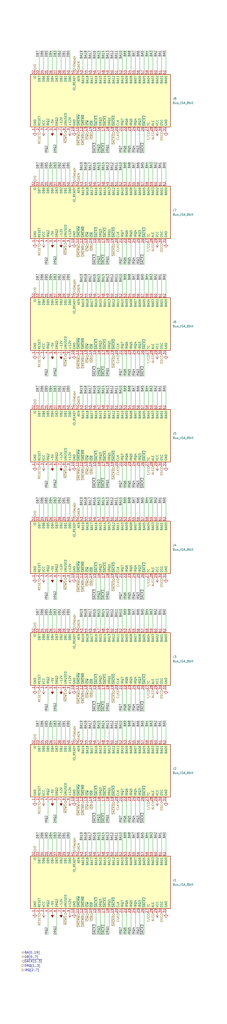
<source format=kicad_sch>
(kicad_sch (version 20211123) (generator eeschema)
  (paper "User" 132.004 594.004)
  (title_block (title "ISA"))
  (lib_symbols
    (symbol "Connector:Bus_ISA_8bit"
      (property "Reference" "J" (at 0 42.545 0))
      (property "Value" "Bus_ISA_8bit" (at 0 -42.545 0))
      (symbol "Bus_ISA_8bit_1_1"
        (pin power_in line (at -17.78 38.1 0) (length 2.54) (name "GND") (number "1"))
        (pin power_in line (at -17.78 15.24 0) (length 2.54) (name "GND") (number "10"))
        (pin output line (at -17.78 12.7 0) (length 2.54) (name "~{SMEMW}") (number "11"))
        (pin output line (at -17.78 10.16 0) (length 2.54) (name "~{SMEMR}") (number "12"))
        (pin output line (at -17.78 7.62 0) (length 2.54) (name "~{IOW}") (number "13"))
        (pin output line (at -17.78 5.08 0) (length 2.54) (name "~{IOR}") (number "14"))
        (pin passive line (at -17.78 2.54 0) (length 2.54) (name "~{DACK3}") (number "15"))
        (pin passive line (at -17.78 0 0) (length 2.54) (name "DRQ3") (number "16"))
        (pin passive line (at -17.78 -2.54 0) (length 2.54) (name "~{DACK1}") (number "17"))
        (pin passive line (at -17.78 -5.08 0) (length 2.54) (name "DRQ1") (number "18"))
        (pin passive line (at -17.78 -7.62 0) (length 2.54) (name "~{DACK0}") (number "19"))
        (pin output line (at -17.78 35.56 0) (length 2.54) (name "RESET") (number "2"))
        (pin output line (at -17.78 -10.16 0) (length 2.54) (name "CLK") (number "20"))
        (pin passive line (at -17.78 -12.7 0) (length 2.54) (name "IRQ7") (number "21"))
        (pin passive line (at -17.78 -15.24 0) (length 2.54) (name "IRQ6") (number "22"))
        (pin passive line (at -17.78 -17.78 0) (length 2.54) (name "IRQ5") (number "23"))
        (pin passive line (at -17.78 -20.32 0) (length 2.54) (name "IRQ4") (number "24"))
        (pin passive line (at -17.78 -22.86 0) (length 2.54) (name "IRQ3") (number "25"))
        (pin passive line (at -17.78 -25.4 0) (length 2.54) (name "~{DACK2}") (number "26"))
        (pin passive line (at -17.78 -27.94 0) (length 2.54) (name "TC") (number "27"))
        (pin output line (at -17.78 -30.48 0) (length 2.54) (name "ALE") (number "28"))
        (pin power_in line (at -17.78 -33.02 0) (length 2.54) (name "VCC") (number "29"))
        (pin power_in line (at -17.78 33.02 0) (length 2.54) (name "VCC") (number "3"))
        (pin output line (at -17.78 -35.56 0) (length 2.54) (name "OSC") (number "30"))
        (pin power_in line (at -17.78 -38.1 0) (length 2.54) (name "GND") (number "31"))
        (pin passive line (at 17.78 38.1 180) (length 2.54) (name "IO") (number "32"))
        (pin tri_state line (at 17.78 35.56 180) (length 2.54) (name "DB7") (number "33"))
        (pin tri_state line (at 17.78 33.02 180) (length 2.54) (name "DB6") (number "34"))
        (pin tri_state line (at 17.78 30.48 180) (length 2.54) (name "DB5") (number "35"))
        (pin tri_state line (at 17.78 27.94 180) (length 2.54) (name "DB4") (number "36"))
        (pin tri_state line (at 17.78 25.4 180) (length 2.54) (name "DB3") (number "37"))
        (pin tri_state line (at 17.78 22.86 180) (length 2.54) (name "DB2") (number "38"))
        (pin tri_state line (at 17.78 20.32 180) (length 2.54) (name "DB1") (number "39"))
        (pin passive line (at -17.78 30.48 0) (length 2.54) (name "IRQ2") (number "4"))
        (pin tri_state line (at 17.78 17.78 180) (length 2.54) (name "DB0") (number "40"))
        (pin passive line (at 17.78 15.24 180) (length 2.54) (name "IO_READY") (number "41"))
        (pin output line (at 17.78 12.7 180) (length 2.54) (name "AEN") (number "42"))
        (pin tri_state line (at 17.78 10.16 180) (length 2.54) (name "BA19") (number "43"))
        (pin tri_state line (at 17.78 7.62 180) (length 2.54) (name "BA18") (number "44"))
        (pin tri_state line (at 17.78 5.08 180) (length 2.54) (name "BA17") (number "45"))
        (pin tri_state line (at 17.78 2.54 180) (length 2.54) (name "BA16") (number "46"))
        (pin tri_state line (at 17.78 0 180) (length 2.54) (name "BA15") (number "47"))
        (pin tri_state line (at 17.78 -2.54 180) (length 2.54) (name "BA14") (number "48"))
        (pin tri_state line (at 17.78 -5.08 180) (length 2.54) (name "BA13") (number "49"))
        (pin power_in line (at -17.78 27.94 0) (length 2.54) (name "-5V") (number "5"))
        (pin tri_state line (at 17.78 -7.62 180) (length 2.54) (name "BA12") (number "50"))
        (pin tri_state line (at 17.78 -10.16 180) (length 2.54) (name "BA11") (number "51"))
        (pin tri_state line (at 17.78 -12.7 180) (length 2.54) (name "BA10") (number "52"))
        (pin tri_state line (at 17.78 -15.24 180) (length 2.54) (name "BA09") (number "53"))
        (pin tri_state line (at 17.78 -17.78 180) (length 2.54) (name "BA08") (number "54"))
        (pin tri_state line (at 17.78 -20.32 180) (length 2.54) (name "BA07") (number "55"))
        (pin tri_state line (at 17.78 -22.86 180) (length 2.54) (name "BA06") (number "56"))
        (pin tri_state line (at 17.78 -25.4 180) (length 2.54) (name "BA05") (number "57"))
        (pin tri_state line (at 17.78 -27.94 180) (length 2.54) (name "BA04") (number "58"))
        (pin tri_state line (at 17.78 -30.48 180) (length 2.54) (name "BA03") (number "59"))
        (pin passive line (at -17.78 25.4 0) (length 2.54) (name "DRQ2") (number "6"))
        (pin tri_state line (at 17.78 -33.02 180) (length 2.54) (name "BA02") (number "60"))
        (pin tri_state line (at 17.78 -35.56 180) (length 2.54) (name "BA01") (number "61"))
        (pin tri_state line (at 17.78 -38.1 180) (length 2.54) (name "BA00") (number "62"))
        (pin power_in line (at -17.78 22.86 0) (length 2.54) (name "-12V") (number "7"))
        (pin passive line (at -17.78 20.32 0) (length 2.54) (name "UNUSED") (number "8"))
        (pin power_in line (at -17.78 17.78 0) (length 2.54) (name "+12V") (number "9"))
      )
    )
    (symbol "power:+12V" (power) (pin_names (offset 0))
      (property "Value" "+12V" (at 0 3.556 0))
      (symbol "+12V_1_1"
        (pin power_in line (at 0 0 90) (length 0) hide (name "+12V") (number "1"))
      )
    )
    (symbol "power:-12V" (power) (pin_names (offset 0))
      (property "Value" "-12V" (at 0 3.81 0))
      (symbol "-12V_0_0"
        (pin power_in line (at 0 0 90) (length 0) hide (name "-12V") (number "1"))
      )
    )
    (symbol "power:-5V" (power) (pin_names (offset 0))
      (property "Value" "-5V" (at 0 3.81 0))
      (symbol "-5V_0_0"
        (pin power_in line (at 0 0 90) (length 0) hide (name "-5V") (number "1"))
      )
    )
    (symbol "power:GND" (power) (pin_names (offset 0))
      (property "Value" "GND" (at 0 -3.81 0))
      (symbol "GND_1_1"
        (pin power_in line (at 0 0 270) (length 0) hide (name "GND") (number "1"))
      )
    )
    (symbol "power:VCC" (power) (pin_names (offset 0))
      (property "Value" "VCC" (at 0 3.81 0))
      (symbol "VCC_1_1"
        (pin power_in line (at 0 0 90) (length 0) hide (name "VCC") (number "1"))
      )
    )
  )
  (wire (pts (xy 83.82 40.64) (xy 83.82 29.21)))
  (wire (pts (xy 63.5 170.18) (xy 63.5 158.75)))
  (wire (pts (xy 48.26 429.26) (xy 48.26 417.83)))
  (wire (pts (xy 22.86 234.95) (xy 22.86 223.52)))
  (wire (pts (xy 83.82 429.26) (xy 83.82 417.83)))
  (wire (pts (xy 60.96 170.18) (xy 60.96 158.75)))
  (wire (pts (xy 63.5 105.41) (xy 63.5 93.98)))
  (wire (pts (xy 71.12 205.74) (xy 71.12 218.44)))
  (wire (pts (xy 83.82 105.41) (xy 83.82 93.98)))
  (wire (pts (xy 78.74 335.28) (xy 78.74 347.98)))
  (wire (pts (xy 35.56 234.95) (xy 35.56 223.52)))
  (wire (pts (xy 35.56 40.64) (xy 35.56 29.21)))
  (wire (pts (xy 73.66 299.72) (xy 73.66 288.29)))
  (wire (pts (xy 60.96 105.41) (xy 60.96 93.98)))
  (wire (pts (xy 35.56 429.26) (xy 35.56 417.83)))
  (wire (pts (xy 25.4 429.26) (xy 25.4 417.83)))
  (wire (pts (xy 83.82 494.03) (xy 83.82 482.6)))
  (wire (pts (xy 83.82 335.28) (xy 83.82 347.98)))
  (wire (pts (xy 25.4 40.64) (xy 25.4 29.21)))
  (wire (pts (xy 38.1 429.26) (xy 38.1 417.83)))
  (wire (pts (xy 55.88 464.82) (xy 55.88 477.52)))
  (wire (pts (xy 71.12 400.05) (xy 71.12 412.75)))
  (wire (pts (xy 73.66 105.41) (xy 73.66 93.98)))
  (wire (pts (xy 60.96 529.59) (xy 60.96 542.29)))
  (wire (pts (xy 33.02 140.97) (xy 33.02 153.67)))
  (wire (pts (xy 71.12 105.41) (xy 71.12 93.98)))
  (wire (pts (xy 60.96 205.74) (xy 60.96 218.44)))
  (wire (pts (xy 63.5 205.74) (xy 63.5 218.44)))
  (wire (pts (xy 48.26 234.95) (xy 48.26 223.52)))
  (wire (pts (xy 55.88 140.97) (xy 55.88 153.67)))
  (wire (pts (xy 33.02 76.2) (xy 33.02 88.9)))
  (wire (pts (xy 66.04 234.95) (xy 66.04 223.52)))
  (wire (pts (xy 71.12 40.64) (xy 71.12 29.21)))
  (wire (pts (xy 73.66 140.97) (xy 73.66 153.67)))
  (wire (pts (xy 68.58 494.03) (xy 68.58 482.6)))
  (wire (pts (xy 93.98 494.03) (xy 93.98 482.6)))
  (wire (pts (xy 76.2 234.95) (xy 76.2 223.52)))
  (wire (pts (xy 58.42 335.28) (xy 58.42 347.98)))
  (wire (pts (xy 27.94 40.64) (xy 27.94 29.21)))
  (wire (pts (xy 66.04 40.64) (xy 66.04 29.21)))
  (wire (pts (xy 81.28 529.59) (xy 81.28 542.29)))
  (wire (pts (xy 58.42 529.59) (xy 58.42 542.29)))
  (wire (pts (xy 35.56 494.03) (xy 35.56 482.6)))
  (wire (pts (xy 78.74 400.05) (xy 78.74 412.75)))
  (wire (pts (xy 63.5 270.51) (xy 63.5 283.21)))
  (wire (pts (xy 60.96 270.51) (xy 60.96 283.21)))
  (wire (pts (xy 22.86 299.72) (xy 22.86 288.29)))
  (wire (pts (xy 96.52 93.98) (xy 96.52 105.41)))
  (wire (pts (xy 73.66 364.49) (xy 73.66 353.06)))
  (wire (pts (xy 58.42 270.51) (xy 58.42 283.21)))
  (wire (pts (xy 50.8 299.72) (xy 50.8 288.29)))
  (wire (pts (xy 30.48 494.03) (xy 30.48 482.6)))
  (wire (pts (xy 81.28 299.72) (xy 81.28 288.29)))
  (wire (pts (xy 58.42 299.72) (xy 58.42 288.29)))
  (wire (pts (xy 25.4 170.18) (xy 25.4 158.75)))
  (wire (pts (xy 78.74 364.49) (xy 78.74 353.06)))
  (wire (pts (xy 40.64 429.26) (xy 40.64 417.83)))
  (wire (pts (xy 55.88 299.72) (xy 55.88 288.29)))
  (wire (pts (xy 33.02 335.28) (xy 33.02 347.98)))
  (wire (pts (xy 27.94 464.82) (xy 27.94 477.52)))
  (wire (pts (xy 30.48 429.26) (xy 30.48 417.83)))
  (wire (pts (xy 71.12 234.95) (xy 71.12 223.52)))
  (wire (pts (xy 48.26 494.03) (xy 48.26 482.6)))
  (wire (pts (xy 40.64 170.18) (xy 40.64 158.75)))
  (wire (pts (xy 60.96 335.28) (xy 60.96 347.98)))
  (wire (pts (xy 53.34 494.03) (xy 53.34 482.6)))
  (wire (pts (xy 27.94 140.97) (xy 27.94 153.67)))
  (wire (pts (xy 66.04 494.03) (xy 66.04 482.6)))
  (wire (pts (xy 66.04 429.26) (xy 66.04 417.83)))
  (wire (pts (xy 38.1 40.64) (xy 38.1 29.21)))
  (wire (pts (xy 25.4 105.41) (xy 25.4 93.98)))
  (wire (pts (xy 53.34 299.72) (xy 53.34 288.29)))
  (wire (pts (xy 96.52 29.21) (xy 96.52 40.64)))
  (wire (pts (xy 96.52 417.83) (xy 96.52 429.26)))
  (wire (pts (xy 38.1 170.18) (xy 38.1 158.75)))
  (wire (pts (xy 58.42 76.2) (xy 58.42 88.9)))
  (wire (pts (xy 73.66 76.2) (xy 73.66 88.9)))
  (wire (pts (xy 76.2 105.41) (xy 76.2 93.98)))
  (wire (pts (xy 53.34 429.26) (xy 53.34 417.83)))
  (wire (pts (xy 63.5 464.82) (xy 63.5 477.52)))
  (wire (pts (xy 71.12 170.18) (xy 71.12 158.75)))
  (wire (pts (xy 81.28 205.74) (xy 81.28 218.44)))
  (wire (pts (xy 55.88 335.28) (xy 55.88 347.98)))
  (wire (pts (xy 40.64 234.95) (xy 40.64 223.52)))
  (wire (pts (xy 50.8 170.18) (xy 50.8 158.75)))
  (wire (pts (xy 27.94 299.72) (xy 27.94 288.29)))
  (wire (pts (xy 93.98 299.72) (xy 93.98 288.29)))
  (wire (pts (xy 48.26 299.72) (xy 48.26 288.29)))
  (wire (pts (xy 55.88 429.26) (xy 55.88 417.83)))
  (wire (pts (xy 93.98 234.95) (xy 93.98 223.52)))
  (wire (pts (xy 83.82 299.72) (xy 83.82 288.29)))
  (wire (pts (xy 66.04 105.41) (xy 66.04 93.98)))
  (wire (pts (xy 27.94 529.59) (xy 27.94 542.29)))
  (wire (pts (xy 78.74 76.2) (xy 78.74 88.9)))
  (wire (pts (xy 78.74 40.64) (xy 78.74 29.21)))
  (wire (pts (xy 53.34 170.18) (xy 53.34 158.75)))
  (wire (pts (xy 76.2 335.28) (xy 76.2 347.98)))
  (wire (pts (xy 58.42 494.03) (xy 58.42 482.6)))
  (wire (pts (xy 35.56 299.72) (xy 35.56 288.29)))
  (wire (pts (xy 63.5 335.28) (xy 63.5 347.98)))
  (wire (pts (xy 68.58 234.95) (xy 68.58 223.52)))
  (wire (pts (xy 27.94 400.05) (xy 27.94 412.75)))
  (wire (pts (xy 22.86 40.64) (xy 22.86 29.21)))
  (wire (pts (xy 93.98 40.64) (xy 93.98 29.21)))
  (wire (pts (xy 96.52 288.29) (xy 96.52 299.72)))
  (wire (pts (xy 55.88 40.64) (xy 55.88 29.21)))
  (wire (pts (xy 71.12 364.49) (xy 71.12 353.06)))
  (wire (pts (xy 81.28 40.64) (xy 81.28 29.21)))
  (wire (pts (xy 63.5 76.2) (xy 63.5 88.9)))
  (wire (pts (xy 50.8 429.26) (xy 50.8 417.83)))
  (wire (pts (xy 53.34 234.95) (xy 53.34 223.52)))
  (wire (pts (xy 27.94 335.28) (xy 27.94 347.98)))
  (wire (pts (xy 55.88 76.2) (xy 55.88 88.9)))
  (wire (pts (xy 96.52 482.6) (xy 96.52 494.03)))
  (wire (pts (xy 27.94 234.95) (xy 27.94 223.52)))
  (wire (pts (xy 93.98 170.18) (xy 93.98 158.75)))
  (wire (pts (xy 78.74 464.82) (xy 78.74 477.52)))
  (wire (pts (xy 27.94 205.74) (xy 27.94 218.44)))
  (wire (pts (xy 53.34 105.41) (xy 53.34 93.98)))
  (wire (pts (xy 73.66 205.74) (xy 73.66 218.44)))
  (wire (pts (xy 58.42 170.18) (xy 58.42 158.75)))
  (wire (pts (xy 91.44 364.49) (xy 91.44 353.06)))
  (wire (pts (xy 40.64 364.49) (xy 40.64 353.06)))
  (wire (pts (xy 22.86 429.26) (xy 22.86 417.83)))
  (wire (pts (xy 40.64 105.41) (xy 40.64 93.98)))
  (wire (pts (xy 86.36 429.26) (xy 86.36 417.83)))
  (wire (pts (xy 93.98 429.26) (xy 93.98 417.83)))
  (wire (pts (xy 86.36 364.49) (xy 86.36 353.06)))
  (wire (pts (xy 63.5 400.05) (xy 63.5 412.75)))
  (wire (pts (xy 68.58 105.41) (xy 68.58 93.98)))
  (wire (pts (xy 76.2 464.82) (xy 76.2 477.52)))
  (wire (pts (xy 27.94 429.26) (xy 27.94 417.83)))
  (wire (pts (xy 33.02 205.74) (xy 33.02 218.44)))
  (wire (pts (xy 88.9 105.41) (xy 88.9 93.98)))
  (wire (pts (xy 35.56 105.41) (xy 35.56 93.98)))
  (wire (pts (xy 58.42 400.05) (xy 58.42 412.75)))
  (wire (pts (xy 27.94 76.2) (xy 27.94 88.9)))
  (wire (pts (xy 63.5 529.59) (xy 63.5 542.29)))
  (wire (pts (xy 30.48 299.72) (xy 30.48 288.29)))
  (wire (pts (xy 22.86 494.03) (xy 22.86 482.6)))
  (wire (pts (xy 33.02 234.95) (xy 33.02 223.52)))
  (wire (pts (xy 33.02 170.18) (xy 33.02 158.75)))
  (wire (pts (xy 71.12 494.03) (xy 71.12 482.6)))
  (wire (pts (xy 63.5 234.95) (xy 63.5 223.52)))
  (wire (pts (xy 33.02 494.03) (xy 33.02 482.6)))
  (wire (pts (xy 55.88 205.74) (xy 55.88 218.44)))
  (wire (pts (xy 63.5 299.72) (xy 63.5 288.29)))
  (wire (pts (xy 81.28 105.41) (xy 81.28 93.98)))
  (wire (pts (xy 96.52 353.06) (xy 96.52 364.49)))
  (wire (pts (xy 48.26 105.41) (xy 48.26 93.98)))
  (wire (pts (xy 71.12 464.82) (xy 71.12 477.52)))
  (wire (pts (xy 38.1 234.95) (xy 38.1 223.52)))
  (wire (pts (xy 88.9 234.95) (xy 88.9 223.52)))
  (wire (pts (xy 58.42 429.26) (xy 58.42 417.83)))
  (wire (pts (xy 40.64 299.72) (xy 40.64 288.29)))
  (wire (pts (xy 30.48 364.49) (xy 30.48 353.06)))
  (wire (pts (xy 73.66 270.51) (xy 73.66 283.21)))
  (wire (pts (xy 73.66 464.82) (xy 73.66 477.52)))
  (wire (pts (xy 58.42 40.64) (xy 58.42 29.21)))
  (wire (pts (xy 33.02 400.05) (xy 33.02 412.75)))
  (wire (pts (xy 76.2 299.72) (xy 76.2 288.29)))
  (wire (pts (xy 25.4 234.95) (xy 25.4 223.52)))
  (wire (pts (xy 71.12 529.59) (xy 71.12 542.29)))
  (wire (pts (xy 91.44 105.41) (xy 91.44 93.98)))
  (wire (pts (xy 55.88 494.03) (xy 55.88 482.6)))
  (wire (pts (xy 73.66 234.95) (xy 73.66 223.52)))
  (wire (pts (xy 40.64 494.03) (xy 40.64 482.6)))
  (wire (pts (xy 83.82 234.95) (xy 83.82 223.52)))
  (wire (pts (xy 33.02 270.51) (xy 33.02 283.21)))
  (wire (pts (xy 91.44 234.95) (xy 91.44 223.52)))
  (wire (pts (xy 81.28 76.2) (xy 81.28 88.9)))
  (wire (pts (xy 68.58 429.26) (xy 68.58 417.83)))
  (wire (pts (xy 68.58 364.49) (xy 68.58 353.06)))
  (wire (pts (xy 66.04 170.18) (xy 66.04 158.75)))
  (wire (pts (xy 71.12 140.97) (xy 71.12 153.67)))
  (wire (pts (xy 35.56 170.18) (xy 35.56 158.75)))
  (wire (pts (xy 78.74 429.26) (xy 78.74 417.83)))
  (wire (pts (xy 60.96 40.64) (xy 60.96 29.21)))
  (wire (pts (xy 81.28 140.97) (xy 81.28 153.67)))
  (wire (pts (xy 71.12 299.72) (xy 71.12 288.29)))
  (wire (pts (xy 76.2 494.03) (xy 76.2 482.6)))
  (wire (pts (xy 81.28 494.03) (xy 81.28 482.6)))
  (wire (pts (xy 76.2 40.64) (xy 76.2 29.21)))
  (wire (pts (xy 50.8 364.49) (xy 50.8 353.06)))
  (wire (pts (xy 63.5 364.49) (xy 63.5 353.06)))
  (wire (pts (xy 60.96 234.95) (xy 60.96 223.52)))
  (wire (pts (xy 86.36 105.41) (xy 86.36 93.98)))
  (wire (pts (xy 91.44 429.26) (xy 91.44 417.83)))
  (wire (pts (xy 58.42 364.49) (xy 58.42 353.06)))
  (wire (pts (xy 55.88 270.51) (xy 55.88 283.21)))
  (wire (pts (xy 88.9 170.18) (xy 88.9 158.75)))
  (wire (pts (xy 76.2 170.18) (xy 76.2 158.75)))
  (wire (pts (xy 88.9 429.26) (xy 88.9 417.83)))
  (wire (pts (xy 83.82 76.2) (xy 83.82 88.9)))
  (wire (pts (xy 81.28 464.82) (xy 81.28 477.52)))
  (wire (pts (xy 78.74 170.18) (xy 78.74 158.75)))
  (wire (pts (xy 73.66 529.59) (xy 73.66 542.29)))
  (wire (pts (xy 88.9 364.49) (xy 88.9 353.06)))
  (wire (pts (xy 71.12 335.28) (xy 71.12 347.98)))
  (wire (pts (xy 60.96 364.49) (xy 60.96 353.06)))
  (wire (pts (xy 86.36 234.95) (xy 86.36 223.52)))
  (wire (pts (xy 83.82 270.51) (xy 83.82 283.21)))
  (wire (pts (xy 81.28 270.51) (xy 81.28 283.21)))
  (wire (pts (xy 78.74 494.03) (xy 78.74 482.6)))
  (wire (pts (xy 55.88 529.59) (xy 55.88 542.29)))
  (wire (pts (xy 55.88 364.49) (xy 55.88 353.06)))
  (wire (pts (xy 33.02 464.82) (xy 33.02 477.52)))
  (wire (pts (xy 76.2 205.74) (xy 76.2 218.44)))
  (wire (pts (xy 73.66 335.28) (xy 73.66 347.98)))
  (wire (pts (xy 86.36 299.72) (xy 86.36 288.29)))
  (wire (pts (xy 78.74 299.72) (xy 78.74 288.29)))
  (wire (pts (xy 83.82 205.74) (xy 83.82 218.44)))
  (wire (pts (xy 83.82 364.49) (xy 83.82 353.06)))
  (wire (pts (xy 76.2 429.26) (xy 76.2 417.83)))
  (wire (pts (xy 50.8 234.95) (xy 50.8 223.52)))
  (wire (pts (xy 33.02 105.41) (xy 33.02 93.98)))
  (wire (pts (xy 78.74 140.97) (xy 78.74 153.67)))
  (wire (pts (xy 60.96 299.72) (xy 60.96 288.29)))
  (wire (pts (xy 35.56 364.49) (xy 35.56 353.06)))
  (wire (pts (xy 96.52 158.75) (xy 96.52 170.18)))
  (wire (pts (xy 30.48 40.64) (xy 30.48 29.21)))
  (wire (pts (xy 33.02 529.59) (xy 33.02 542.29)))
  (wire (pts (xy 76.2 400.05) (xy 76.2 412.75)))
  (wire (pts (xy 78.74 105.41) (xy 78.74 93.98)))
  (wire (pts (xy 86.36 40.64) (xy 86.36 29.21)))
  (wire (pts (xy 25.4 364.49) (xy 25.4 353.06)))
  (wire (pts (xy 48.26 364.49) (xy 48.26 353.06)))
  (wire (pts (xy 86.36 170.18) (xy 86.36 158.75)))
  (wire (pts (xy 73.66 429.26) (xy 73.66 417.83)))
  (wire (pts (xy 83.82 464.82) (xy 83.82 477.52)))
  (wire (pts (xy 63.5 494.03) (xy 63.5 482.6)))
  (wire (pts (xy 58.42 105.41) (xy 58.42 93.98)))
  (wire (pts (xy 50.8 494.03) (xy 50.8 482.6)))
  (wire (pts (xy 86.36 494.03) (xy 86.36 482.6)))
  (wire (pts (xy 30.48 234.95) (xy 30.48 223.52)))
  (wire (pts (xy 78.74 234.95) (xy 78.74 223.52)))
  (wire (pts (xy 55.88 105.41) (xy 55.88 93.98)))
  (wire (pts (xy 33.02 364.49) (xy 33.02 353.06)))
  (wire (pts (xy 55.88 400.05) (xy 55.88 412.75)))
  (wire (pts (xy 76.2 140.97) (xy 76.2 153.67)))
  (wire (pts (xy 55.88 234.95) (xy 55.88 223.52)))
  (wire (pts (xy 88.9 299.72) (xy 88.9 288.29)))
  (wire (pts (xy 81.28 234.95) (xy 81.28 223.52)))
  (wire (pts (xy 76.2 364.49) (xy 76.2 353.06)))
  (wire (pts (xy 30.48 105.41) (xy 30.48 93.98)))
  (wire (pts (xy 63.5 140.97) (xy 63.5 153.67)))
  (wire (pts (xy 83.82 140.97) (xy 83.82 153.67)))
  (wire (pts (xy 22.86 105.41) (xy 22.86 93.98)))
  (wire (pts (xy 73.66 40.64) (xy 73.66 29.21)))
  (wire (pts (xy 66.04 299.72) (xy 66.04 288.29)))
  (wire (pts (xy 53.34 40.64) (xy 53.34 29.21)))
  (wire (pts (xy 71.12 76.2) (xy 71.12 88.9)))
  (wire (pts (xy 55.88 170.18) (xy 55.88 158.75)))
  (wire (pts (xy 48.26 170.18) (xy 48.26 158.75)))
  (wire (pts (xy 91.44 494.03) (xy 91.44 482.6)))
  (wire (pts (xy 22.86 364.49) (xy 22.86 353.06)))
  (wire (pts (xy 71.12 270.51) (xy 71.12 283.21)))
  (wire (pts (xy 68.58 40.64) (xy 68.58 29.21)))
  (wire (pts (xy 73.66 494.03) (xy 73.66 482.6)))
  (wire (pts (xy 76.2 76.2) (xy 76.2 88.9)))
  (wire (pts (xy 73.66 400.05) (xy 73.66 412.75)))
  (wire (pts (xy 60.96 400.05) (xy 60.96 412.75)))
  (wire (pts (xy 78.74 205.74) (xy 78.74 218.44)))
  (wire (pts (xy 33.02 429.26) (xy 33.02 417.83)))
  (wire (pts (xy 53.34 364.49) (xy 53.34 353.06)))
  (wire (pts (xy 81.28 400.05) (xy 81.28 412.75)))
  (wire (pts (xy 60.96 140.97) (xy 60.96 153.67)))
  (wire (pts (xy 27.94 270.51) (xy 27.94 283.21)))
  (wire (pts (xy 81.28 364.49) (xy 81.28 353.06)))
  (wire (pts (xy 81.28 170.18) (xy 81.28 158.75)))
  (wire (pts (xy 48.26 40.64) (xy 48.26 29.21)))
  (wire (pts (xy 73.66 170.18) (xy 73.66 158.75)))
  (wire (pts (xy 27.94 105.41) (xy 27.94 93.98)))
  (wire (pts (xy 83.82 170.18) (xy 83.82 158.75)))
  (wire (pts (xy 27.94 170.18) (xy 27.94 158.75)))
  (wire (pts (xy 27.94 364.49) (xy 27.94 353.06)))
  (wire (pts (xy 25.4 494.03) (xy 25.4 482.6)))
  (wire (pts (xy 78.74 270.51) (xy 78.74 283.21)))
  (wire (pts (xy 81.28 429.26) (xy 81.28 417.83)))
  (wire (pts (xy 88.9 494.03) (xy 88.9 482.6)))
  (wire (pts (xy 25.4 299.72) (xy 25.4 288.29)))
  (wire (pts (xy 68.58 299.72) (xy 68.58 288.29)))
  (wire (pts (xy 40.64 40.64) (xy 40.64 29.21)))
  (wire (pts (xy 60.96 76.2) (xy 60.96 88.9)))
  (wire (pts (xy 50.8 40.64) (xy 50.8 29.21)))
  (wire (pts (xy 33.02 299.72) (xy 33.02 288.29)))
  (wire (pts (xy 63.5 429.26) (xy 63.5 417.83)))
  (wire (pts (xy 38.1 105.41) (xy 38.1 93.98)))
  (wire (pts (xy 93.98 105.41) (xy 93.98 93.98)))
  (wire (pts (xy 91.44 299.72) (xy 91.44 288.29)))
  (wire (pts (xy 38.1 494.03) (xy 38.1 482.6)))
  (wire (pts (xy 83.82 529.59) (xy 83.82 542.29)))
  (wire (pts (xy 76.2 529.59) (xy 76.2 542.29)))
  (wire (pts (xy 91.44 170.18) (xy 91.44 158.75)))
  (wire (pts (xy 96.52 223.52) (xy 96.52 234.95)))
  (wire (pts (xy 83.82 400.05) (xy 83.82 412.75)))
  (wire (pts (xy 66.04 364.49) (xy 66.04 353.06)))
  (wire (pts (xy 30.48 170.18) (xy 30.48 158.75)))
  (wire (pts (xy 58.42 205.74) (xy 58.42 218.44)))
  (wire (pts (xy 58.42 234.95) (xy 58.42 223.52)))
  (wire (pts (xy 71.12 429.26) (xy 71.12 417.83)))
  (wire (pts (xy 38.1 364.49) (xy 38.1 353.06)))
  (wire (pts (xy 33.02 40.64) (xy 33.02 29.21)))
  (wire (pts (xy 60.96 494.03) (xy 60.96 482.6)))
  (wire (pts (xy 93.98 364.49) (xy 93.98 353.06)))
  (wire (pts (xy 60.96 429.26) (xy 60.96 417.83)))
  (wire (pts (xy 78.74 529.59) (xy 78.74 542.29)))
  (wire (pts (xy 76.2 270.51) (xy 76.2 283.21)))
  (wire (pts (xy 22.86 170.18) (xy 22.86 158.75)))
  (wire (pts (xy 91.44 40.64) (xy 91.44 29.21)))
  (wire (pts (xy 88.9 40.64) (xy 88.9 29.21)))
  (wire (pts (xy 60.96 464.82) (xy 60.96 477.52)))
  (wire (pts (xy 58.42 464.82) (xy 58.42 477.52)))
  (wire (pts (xy 27.94 494.03) (xy 27.94 482.6)))
  (wire (pts (xy 50.8 105.41) (xy 50.8 93.98)))
  (wire (pts (xy 58.42 140.97) (xy 58.42 153.67)))
  (wire (pts (xy 38.1 299.72) (xy 38.1 288.29)))
  (wire (pts (xy 81.28 335.28) (xy 81.28 347.98)))
  (wire (pts (xy 63.5 40.64) (xy 63.5 29.21)))
  (wire (pts (xy 68.58 170.18) (xy 68.58 158.75)))
  (label "BA14" (at 60.96 482.6 270))
  (label "BA4" (at 86.36 417.83 270))
  (label "DB0" (at 40.64 417.83 270))
  (label "IRQ4" (at 78.74 153.67 90))
  (label "BA6" (at 81.28 158.75 270))
  (label "BA11" (at 68.58 223.52 270))
  (label "DB6" (at 25.4 223.52 270))
  (label "BA9" (at 73.66 223.52 270))
  (label "~{DACK3}" (at 55.88 477.52 90))
  (label "IRQ6" (at 73.66 542.29 90))
  (label "BA8" (at 76.2 29.21 270))
  (label "DB3" (at 33.02 417.83 270))
  (label "BA10" (at 71.12 353.06 270))
  (label "DRQ2" (at 33.02 218.44 90))
  (label "IRQ6" (at 73.66 88.9 90))
  (label "IRQ2" (at 27.94 88.9 90))
  (label "DB2" (at 35.56 93.98 270))
  (label "IRQ4" (at 78.74 542.29 90))
  (label "BA4" (at 86.36 353.06 270))
  (label "DB1" (at 38.1 417.83 270))
  (label "BA19" (at 48.26 93.98 270))
  (label "BA10" (at 71.12 29.21 270))
  (label "DB1" (at 38.1 29.21 270))
  (label "BA7" (at 78.74 158.75 270))
  (label "BA16" (at 55.88 353.06 270))
  (label "BA8" (at 76.2 288.29 270))
  (label "BA7" (at 78.74 29.21 270))
  (label "DB6" (at 25.4 158.75 270))
  (label "IRQ3" (at 81.28 218.44 90))
  (label "IRQ6" (at 73.66 347.98 90))
  (label "BA5" (at 83.82 29.21 270))
  (label "DB7" (at 22.86 288.29 270))
  (label "DRQ1" (at 63.5 477.52 90))
  (label "BA15" (at 58.42 93.98 270))
  (label "BA4" (at 86.36 482.6 270))
  (label "DRQ1" (at 63.5 542.29 90))
  (label "DRQ1" (at 63.5 88.9 90))
  (label "BA7" (at 78.74 93.98 270))
  (label "IRQ2" (at 27.94 542.29 90))
  (label "DB6" (at 25.4 417.83 270))
  (label "DB7" (at 22.86 29.21 270))
  (label "BA19" (at 48.26 158.75 270))
  (label "BA8" (at 76.2 93.98 270))
  (label "~{DACK3}" (at 55.88 412.75 90))
  (label "BA4" (at 86.36 93.98 270))
  (label "~{DACK3}" (at 55.88 88.9 90))
  (label "DB4" (at 30.48 482.6 270))
  (label "IRQ6" (at 73.66 283.21 90))
  (label "DRQ3" (at 58.42 88.9 90))
  (label "BA2" (at 91.44 158.75 270))
  (label "DB1" (at 38.1 158.75 270))
  (label "BA3" (at 88.9 29.21 270))
  (label "BA19" (at 48.26 288.29 270))
  (label "IRQ7" (at 71.12 153.67 90))
  (label "BA16" (at 55.88 417.83 270))
  (label "DB5" (at 27.94 29.21 270))
  (label "BA14" (at 60.96 29.21 270))
  (label "BA6" (at 81.28 93.98 270))
  (label "BA12" (at 66.04 29.21 270))
  (label "IRQ7" (at 71.12 542.29 90))
  (label "BA12" (at 66.04 482.6 270))
  (label "DB3" (at 33.02 158.75 270))
  (label "IRQ5" (at 76.2 542.29 90))
  (label "BA2" (at 91.44 29.21 270))
  (label "BA11" (at 68.58 93.98 270))
  (label "DB6" (at 25.4 288.29 270))
  (label "BA17" (at 53.34 288.29 270))
  (label "BA5" (at 83.82 417.83 270))
  (label "BA18" (at 50.8 223.52 270))
  (label "BA9" (at 73.66 288.29 270))
  (label "BA10" (at 71.12 482.6 270))
  (label "BA5" (at 83.82 158.75 270))
  (label "DB4" (at 30.48 353.06 270))
  (label "BA5" (at 83.82 93.98 270))
  (label "IRQ6" (at 73.66 412.75 90))
  (label "DB2" (at 35.56 158.75 270))
  (label "BA12" (at 66.04 93.98 270))
  (label "BA0" (at 96.52 482.6 270))
  (label "BA15" (at 58.42 158.75 270))
  (label "BA4" (at 86.36 288.29 270))
  (label "IRQ7" (at 71.12 218.44 90))
  (label "BA1" (at 93.98 93.98 270))
  (label "IRQ4" (at 78.74 477.52 90))
  (label "BA9" (at 73.66 482.6 270))
  (label "BA14" (at 60.96 417.83 270))
  (label "IRQ3" (at 81.28 542.29 90))
  (label "DRQ2" (at 33.02 88.9 90))
  (label "BA17" (at 53.34 29.21 270))
  (label "DB0" (at 40.64 223.52 270))
  (label "DRQ3" (at 58.42 153.67 90))
  (label "BA6" (at 81.28 288.29 270))
  (label "IRQ4" (at 78.74 347.98 90))
  (label "BA11" (at 68.58 417.83 270))
  (label "BA9" (at 73.66 417.83 270))
  (label "BA0" (at 96.52 223.52 270))
  (label "BA13" (at 63.5 29.21 270))
  (label "DB6" (at 25.4 353.06 270))
  (label "BA1" (at 93.98 223.52 270))
  (label "BA5" (at 83.82 288.29 270))
  (label "BA9" (at 73.66 158.75 270))
  (label "BA1" (at 93.98 482.6 270))
  (label "BA16" (at 55.88 223.52 270))
  (label "BA4" (at 86.36 223.52 270))
  (label "DRQ1" (at 63.5 153.67 90))
  (label "DB1" (at 38.1 482.6 270))
  (label "BA18" (at 50.8 158.75 270))
  (label "BA1" (at 93.98 29.21 270))
  (label "IRQ4" (at 78.74 88.9 90))
  (label "BA5" (at 83.82 223.52 270))
  (label "BA9" (at 73.66 29.21 270))
  (label "BA12" (at 66.04 353.06 270))
  (label "BA2" (at 91.44 482.6 270))
  (label "DRQ2" (at 33.02 283.21 90))
  (label "DRQ1" (at 63.5 347.98 90))
  (label "IRQ5" (at 76.2 153.67 90))
  (label "BA3" (at 88.9 417.83 270))
  (label "BA15" (at 58.42 353.06 270))
  (label "~{DACK2}" (at 83.82 88.9 90))
  (label "DB2" (at 35.56 288.29 270))
  (label "DB7" (at 22.86 158.75 270))
  (label "BA18" (at 50.8 93.98 270))
  (label "BA3" (at 88.9 288.29 270))
  (label "BA8" (at 76.2 223.52 270))
  (label "DB4" (at 30.48 223.52 270))
  (label "BA9" (at 73.66 353.06 270))
  (label "IRQ3" (at 81.28 347.98 90))
  (label "IRQ7" (at 71.12 88.9 90))
  (label "BA2" (at 91.44 353.06 270))
  (label "DB4" (at 30.48 158.75 270))
  (label "DRQ2" (at 33.02 542.29 90))
  (label "IRQ2" (at 27.94 218.44 90))
  (label "DB7" (at 22.86 223.52 270))
  (label "DRQ2" (at 33.02 412.75 90))
  (label "~{DACK1}" (at 60.96 283.21 90))
  (label "BA15" (at 58.42 417.83 270))
  (label "IRQ4" (at 78.74 218.44 90))
  (label "DRQ3" (at 58.42 542.29 90))
  (label "DB3" (at 33.02 29.21 270))
  (label "DB7" (at 22.86 93.98 270))
  (label "BA19" (at 48.26 482.6 270))
  (label "IRQ5" (at 76.2 347.98 90))
  (label "IRQ6" (at 73.66 218.44 90))
  (label "~{DACK2}" (at 83.82 542.29 90))
  (label "BA3" (at 88.9 158.75 270))
  (label "DB3" (at 33.02 223.52 270))
  (label "DB3" (at 33.02 288.29 270))
  (label "BA10" (at 71.12 223.52 270))
  (label "DB6" (at 25.4 93.98 270))
  (label "DRQ3" (at 58.42 412.75 90))
  (label "IRQ7" (at 71.12 412.75 90))
  (label "BA14" (at 60.96 288.29 270))
  (label "BA13" (at 63.5 223.52 270))
  (label "DB1" (at 38.1 288.29 270))
  (label "BA7" (at 78.74 288.29 270))
  (label "DB5" (at 27.94 353.06 270))
  (label "DB7" (at 22.86 482.6 270))
  (label "IRQ2" (at 27.94 412.75 90))
  (label "~{DACK1}" (at 60.96 153.67 90))
  (label "BA14" (at 60.96 353.06 270))
  (label "DB0" (at 40.64 288.29 270))
  (label "BA19" (at 48.26 353.06 270))
  (label "BA1" (at 93.98 417.83 270))
  (label "BA16" (at 55.88 482.6 270))
  (label "DB3" (at 33.02 93.98 270))
  (label "BA2" (at 91.44 93.98 270))
  (label "~{DACK1}" (at 60.96 347.98 90))
  (label "IRQ7" (at 71.12 347.98 90))
  (label "BA5" (at 83.82 482.6 270))
  (label "DB0" (at 40.64 29.21 270))
  (label "BA12" (at 66.04 417.83 270))
  (label "DB2" (at 35.56 482.6 270))
  (label "IRQ3" (at 81.28 283.21 90))
  (label "~{DACK2}" (at 83.82 153.67 90))
  (label "~{DACK3}" (at 55.88 347.98 90))
  (label "DB2" (at 35.56 417.83 270))
  (label "~{DACK1}" (at 60.96 477.52 90))
  (label "BA13" (at 63.5 93.98 270))
  (label "BA19" (at 48.26 417.83 270))
  (label "BA6" (at 81.28 29.21 270))
  (label "BA15" (at 58.42 29.21 270))
  (label "DB5" (at 27.94 288.29 270))
  (label "BA1" (at 93.98 158.75 270))
  (label "BA16" (at 55.88 29.21 270))
  (label "BA18" (at 50.8 482.6 270))
  (label "BA15" (at 58.42 482.6 270))
  (label "BA3" (at 88.9 223.52 270))
  (label "BA6" (at 81.28 482.6 270))
  (label "DB0" (at 40.64 158.75 270))
  (label "IRQ2" (at 27.94 347.98 90))
  (label "IRQ3" (at 81.28 88.9 90))
  (label "BA16" (at 55.88 158.75 270))
  (label "BA2" (at 91.44 417.83 270))
  (label "BA0" (at 96.52 417.83 270))
  (label "DRQ1" (at 63.5 412.75 90))
  (label "BA7" (at 78.74 482.6 270))
  (label "DRQ1" (at 63.5 283.21 90))
  (label "DB1" (at 38.1 223.52 270))
  (label "BA18" (at 50.8 353.06 270))
  (label "BA13" (at 63.5 158.75 270))
  (label "DRQ2" (at 33.02 347.98 90))
  (label "DB6" (at 25.4 482.6 270))
  (label "BA10" (at 71.12 417.83 270))
  (label "BA6" (at 81.28 223.52 270))
  (label "BA17" (at 53.34 158.75 270))
  (label "BA8" (at 76.2 353.06 270))
  (label "DB7" (at 22.86 353.06 270))
  (label "BA11" (at 68.58 482.6 270))
  (label "DRQ3" (at 58.42 283.21 90))
  (label "BA1" (at 93.98 353.06 270))
  (label "BA0" (at 96.52 93.98 270))
  (label "DB0" (at 40.64 353.06 270))
  (label "BA17" (at 53.34 93.98 270))
  (label "BA14" (at 60.96 223.52 270))
  (label "IRQ5" (at 76.2 412.75 90))
  (label "BA11" (at 68.58 29.21 270))
  (label "BA17" (at 53.34 223.52 270))
  (label "BA12" (at 66.04 223.52 270))
  (label "BA8" (at 76.2 482.6 270))
  (label "~{DACK2}" (at 83.82 283.21 90))
  (label "BA2" (at 91.44 223.52 270))
  (label "DB4" (at 30.48 93.98 270))
  (label "~{DACK2}" (at 83.82 218.44 90))
  (label "DB5" (at 27.94 158.75 270))
  (label "BA9" (at 73.66 93.98 270))
  (label "BA8" (at 76.2 417.83 270))
  (label "BA19" (at 48.26 29.21 270))
  (label "BA14" (at 60.96 158.75 270))
  (label "IRQ3" (at 81.28 153.67 90))
  (label "BA11" (at 68.58 288.29 270))
  (label "DRQ3" (at 58.42 218.44 90))
  (label "BA10" (at 71.12 288.29 270))
  (label "BA3" (at 88.9 353.06 270))
  (label "DB5" (at 27.94 93.98 270))
  (label "IRQ3" (at 81.28 477.52 90))
  (label "BA17" (at 53.34 417.83 270))
  (label "BA15" (at 58.42 288.29 270))
  (label "BA0" (at 96.52 29.21 270))
  (label "DB4" (at 30.48 417.83 270))
  (label "BA13" (at 63.5 353.06 270))
  (label "BA12" (at 66.04 158.75 270))
  (label "BA0" (at 96.52 353.06 270))
  (label "~{DACK3}" (at 55.88 153.67 90))
  (label "BA13" (at 63.5 482.6 270))
  (label "BA12" (at 66.04 288.29 270))
  (label "DB0" (at 40.64 482.6 270))
  (label "IRQ4" (at 78.74 412.75 90))
  (label "~{DACK3}" (at 55.88 542.29 90))
  (label "IRQ2" (at 27.94 153.67 90))
  (label "BA4" (at 86.36 29.21 270))
  (label "BA13" (at 63.5 288.29 270))
  (label "~{DACK2}" (at 83.82 477.52 90))
  (label "BA1" (at 93.98 288.29 270))
  (label "BA16" (at 55.88 288.29 270))
  (label "IRQ5" (at 76.2 218.44 90))
  (label "DB2" (at 35.56 353.06 270))
  (label "DB4" (at 30.48 288.29 270))
  (label "BA18" (at 50.8 288.29 270))
  (label "BA10" (at 71.12 158.75 270))
  (label "IRQ4" (at 78.74 283.21 90))
  (label "BA17" (at 53.34 353.06 270))
  (label "~{DACK1}" (at 60.96 88.9 90))
  (label "IRQ3" (at 81.28 412.75 90))
  (label "IRQ7" (at 71.12 283.21 90))
  (label "BA11" (at 68.58 353.06 270))
  (label "IRQ6" (at 73.66 153.67 90))
  (label "DB2" (at 35.56 223.52 270))
  (label "DB5" (at 27.94 482.6 270))
  (label "DRQ2" (at 33.02 477.52 90))
  (label "~{DACK3}" (at 55.88 283.21 90))
  (label "DB0" (at 40.64 93.98 270))
  (label "IRQ7" (at 71.12 477.52 90))
  (label "DB5" (at 27.94 223.52 270))
  (label "BA8" (at 76.2 158.75 270))
  (label "IRQ2" (at 27.94 283.21 90))
  (label "IRQ5" (at 76.2 477.52 90))
  (label "BA4" (at 86.36 158.75 270))
  (label "BA11" (at 68.58 158.75 270))
  (label "BA10" (at 71.12 93.98 270))
  (label "BA14" (at 60.96 93.98 270))
  (label "BA18" (at 50.8 417.83 270))
  (label "IRQ6" (at 73.66 477.52 90))
  (label "BA7" (at 78.74 223.52 270))
  (label "~{DACK3}" (at 55.88 218.44 90))
  (label "BA5" (at 83.82 353.06 270))
  (label "BA3" (at 88.9 93.98 270))
  (label "~{DACK1}" (at 60.96 542.29 90))
  (label "IRQ5" (at 76.2 283.21 90))
  (label "DRQ3" (at 58.42 347.98 90))
  (label "BA7" (at 78.74 417.83 270))
  (label "~{DACK1}" (at 60.96 218.44 90))
  (label "DB1" (at 38.1 93.98 270))
  (label "BA17" (at 53.34 482.6 270))
  (label "IRQ2" (at 27.94 477.52 90))
  (label "IRQ5" (at 76.2 88.9 90))
  (label "BA6" (at 81.28 417.83 270))
  (label "BA7" (at 78.74 353.06 270))
  (label "BA0" (at 96.52 158.75 270))
  (label "BA18" (at 50.8 29.21 270))
  (label "~{DACK2}" (at 83.82 347.98 90))
  (label "DB6" (at 25.4 29.21 270))
  (label "DB7" (at 22.86 417.83 270))
  (label "DB2" (at 35.56 29.21 270))
  (label "~{DACK2}" (at 83.82 412.75 90))
  (label "BA2" (at 91.44 288.29 270))
  (label "BA0" (at 96.52 288.29 270))
  (label "DB5" (at 27.94 417.83 270))
  (label "BA16" (at 55.88 93.98 270))
  (label "DB3" (at 33.02 353.06 270))
  (label "BA13" (at 63.5 417.83 270))
  (label "BA6" (at 81.28 353.06 270))
  (label "BA19" (at 48.26 223.52 270))
  (label "DRQ3" (at 58.42 477.52 90))
  (label "DB3" (at 33.02 482.6 270))
  (label "DRQ1" (at 63.5 218.44 90))
  (label "DB4" (at 30.48 29.21 270))
  (label "~{DACK1}" (at 60.96 412.75 90))
  (label "BA15" (at 58.42 223.52 270))
  (label "BA3" (at 88.9 482.6 270))
  (label "DRQ2" (at 33.02 153.67 90))
  (label "DB1" (at 38.1 353.06 270))
  (hierarchical_label "~{SMEMR}" (shape input) (at 48.26 335.28 270))
  (hierarchical_label "~{IOW}" (shape bidirectional) (at 50.8 464.82 270))
  (hierarchical_label "CLK" (shape input) (at 68.58 400.05 270))
  (hierarchical_label "T{slash}C" (shape input) (at 86.36 205.74 270))
  (hierarchical_label "~{SMEMW}" (shape input) (at 45.72 400.05 270))
  (hierarchical_label "RESET" (shape input) (at 22.86 140.97 270))
  (hierarchical_label "~{SMEMR}" (shape input) (at 48.26 270.51 270))
  (hierarchical_label "IO_{READY}" (shape output) (at 43.18 429.26 90))
  (hierarchical_label "OSC" (shape input) (at 93.98 205.74 270))
  (hierarchical_label "CLK" (shape input) (at 68.58 335.28 270))
  (hierarchical_label "~{IOW}" (shape input) (at 50.8 335.28 270))
  (hierarchical_label "~{DACK0}" (shape input) (at 66.04 140.97 270))
  (hierarchical_label "DB[0..7]" (shape bidirectional) (at 12.7 554.99 0))
  (hierarchical_label "IO_{READY}" (shape output) (at 43.18 494.03 90))
  (hierarchical_label "CLK" (shape input) (at 68.58 140.97 270))
  (hierarchical_label "OSC" (shape input) (at 93.98 529.59 270))
  (hierarchical_label "~{SMEMR}" (shape bidirectional) (at 48.26 464.82 270))
  (hierarchical_label "~{DACK0}" (shape input) (at 66.04 464.82 270))
  (hierarchical_label "RESET" (shape input) (at 22.86 400.05 270))
  (hierarchical_label "ALE" (shape input) (at 88.9 140.97 270))
  (hierarchical_label "~{IOW}" (shape input) (at 50.8 270.51 270))
  (hierarchical_label "IO" (shape input) (at 20.32 234.95 90))
  (hierarchical_label "~{SMEMR}" (shape input) (at 48.26 400.05 270))
  (hierarchical_label "~{NOWS}" (shape output) (at 38.1 270.51 270))
  (hierarchical_label "~{DACK0}" (shape input) (at 66.04 205.74 270))
  (hierarchical_label "ALE" (shape input) (at 88.9 205.74 270))
  (hierarchical_label "T{slash}C" (shape input) (at 86.36 529.59 270))
  (hierarchical_label "OSC" (shape input) (at 93.98 335.28 270))
  (hierarchical_label "IO_{READY}" (shape output) (at 43.18 170.18 90))
  (hierarchical_label "~{IOW}" (shape input) (at 50.8 529.59 270))
  (hierarchical_label "OSC" (shape input) (at 93.98 400.05 270))
  (hierarchical_label "~{DACK0}" (shape input) (at 66.04 335.28 270))
  (hierarchical_label "T{slash}C" (shape input) (at 86.36 140.97 270))
  (hierarchical_label "ALE" (shape input) (at 88.9 400.05 270))
  (hierarchical_label "~{SMEMR}" (shape input) (at 48.26 140.97 270))
  (hierarchical_label "CLK" (shape input) (at 68.58 205.74 270))
  (hierarchical_label "~{IOR}" (shape input) (at 53.34 270.51 270))
  (hierarchical_label "~{DACK[1..3]}" (shape input) (at 12.7 557.53 0))
  (hierarchical_label "AEN" (shape input) (at 45.72 105.41 90))
  (hierarchical_label "T{slash}C" (shape input) (at 86.36 76.2 270))
  (hierarchical_label "CLK" (shape input) (at 68.58 270.51 270))
  (hierarchical_label "IO_{READY}" (shape output) (at 43.18 299.72 90))
  (hierarchical_label "ALE" (shape input) (at 88.9 76.2 270))
  (hierarchical_label "~{SMEMR}" (shape input) (at 48.26 76.2 270))
  (hierarchical_label "RESET" (shape input) (at 22.86 464.82 270))
  (hierarchical_label "IO_{READY}" (shape output) (at 43.18 40.64 90))
  (hierarchical_label "IO" (shape input) (at 20.32 494.03 90))
  (hierarchical_label "AEN" (shape input) (at 45.72 299.72 90))
  (hierarchical_label "AEN" (shape bidirectional) (at 45.72 429.26 90))
  (hierarchical_label "CLK" (shape input) (at 68.58 529.59 270))
  (hierarchical_label "OSC" (shape bidirectional) (at 93.98 464.82 270))
  (hierarchical_label "T{slash}C" (shape input) (at 86.36 335.28 270))
  (hierarchical_label "~{DACK0}" (shape input) (at 66.04 270.51 270))
  (hierarchical_label "AEN" (shape input) (at 45.72 170.18 90))
  (hierarchical_label "~{NOWS}" (shape output) (at 38.1 464.82 270))
  (hierarchical_label "IO" (shape output) (at 20.32 170.18 90))
  (hierarchical_label "ALE" (shape input) (at 88.9 335.28 270))
  (hierarchical_label "~{SMEMW}" (shape input) (at 45.72 140.97 270))
  (hierarchical_label "~{SMEMW}" (shape input) (at 45.72 205.74 270))
  (hierarchical_label "~{SMEMW}" (shape bidirectional) (at 45.72 464.82 270))
  (hierarchical_label "~{NOWS}" (shape output) (at 38.1 140.97 270))
  (hierarchical_label "~{IOR}" (shape bidirectional) (at 53.34 464.82 270))
  (hierarchical_label "~{IOR}" (shape input) (at 53.34 335.28 270))
  (hierarchical_label "RESET" (shape input) (at 22.86 529.59 270))
  (hierarchical_label "ALE" (shape input) (at 88.9 529.59 270))
  (hierarchical_label "~{SMEMR}" (shape input) (at 48.26 529.59 270))
  (hierarchical_label "~{NOWS}" (shape output) (at 38.1 529.59 270))
  (hierarchical_label "~{SMEMW}" (shape input) (at 45.72 76.2 270))
  (hierarchical_label "~{IOW}" (shape input) (at 50.8 400.05 270))
  (hierarchical_label "RESET" (shape input) (at 22.86 335.28 270))
  (hierarchical_label "~{NOWS}" (shape output) (at 38.1 335.28 270))
  (hierarchical_label "~{IOW}" (shape input) (at 50.8 205.74 270))
  (hierarchical_label "ALE" (shape input) (at 88.9 270.51 270))
  (hierarchical_label "RESET" (shape input) (at 22.86 205.74 270))
  (hierarchical_label "IRQ[2..7]" (shape output) (at 12.7 562.61 0))
  (hierarchical_label "CLK" (shape bidirectional) (at 68.58 464.82 270))
  (hierarchical_label "IO" (shape input) (at 20.32 299.72 90))
  (hierarchical_label "~{NOWS}" (shape output) (at 38.1 400.05 270))
  (hierarchical_label "BA[0..19]" (shape bidirectional) (at 12.7 552.45 0))
  (hierarchical_label "AEN" (shape input) (at 45.72 494.03 90))
  (hierarchical_label "~{IOR}" (shape input) (at 53.34 400.05 270))
  (hierarchical_label "AEN" (shape input) (at 45.72 40.64 90))
  (hierarchical_label "OSC" (shape input) (at 93.98 76.2 270))
  (hierarchical_label "~{IOR}" (shape input) (at 53.34 140.97 270))
  (hierarchical_label "~{SMEMR}" (shape input) (at 48.26 205.74 270))
  (hierarchical_label "~{IOW}" (shape input) (at 50.8 140.97 270))
  (hierarchical_label "~{SMEMW}" (shape input) (at 45.72 335.28 270))
  (hierarchical_label "CLK" (shape input) (at 68.58 76.2 270))
  (hierarchical_label "~{SMEMW}" (shape input) (at 45.72 270.51 270))
  (hierarchical_label "AEN" (shape input) (at 45.72 364.49 90))
  (hierarchical_label "T{slash}C" (shape input) (at 86.36 270.51 270))
  (hierarchical_label "AEN" (shape input) (at 45.72 234.95 90))
  (hierarchical_label "RESET" (shape input) (at 22.86 76.2 270))
  (hierarchical_label "ALE" (shape bidirectional) (at 88.9 464.82 270))
  (hierarchical_label "IO_{READY}" (shape output) (at 43.18 234.95 90))
  (hierarchical_label "IO" (shape input) (at 20.32 429.26 90))
  (hierarchical_label "~{NOWS}" (shape output) (at 38.1 76.2 270))
  (hierarchical_label "OSC" (shape input) (at 93.98 140.97 270))
  (hierarchical_label "T{slash}C" (shape input) (at 86.36 400.05 270))
  (hierarchical_label "~{IOR}" (shape input) (at 53.34 529.59 270))
  (hierarchical_label "~{SMEMW}" (shape input) (at 45.72 529.59 270))
  (hierarchical_label "~{DACK0}" (shape input) (at 66.04 76.2 270))
  (hierarchical_label "~{IOW}" (shape input) (at 50.8 76.2 270))
  (hierarchical_label "IO_{READY}" (shape output) (at 43.18 105.41 90))
  (hierarchical_label "~{IOR}" (shape input) (at 53.34 205.74 270))
  (hierarchical_label "DRQ[1..3]" (shape output) (at 12.7 560.07 0))
  (hierarchical_label "IO" (shape input) (at 20.32 105.41 90))
  (hierarchical_label "IO" (shape input) (at 20.32 40.64 90))
  (hierarchical_label "T{slash}C" (shape input) (at 86.36 464.82 270))
  (hierarchical_label "IO" (shape input) (at 20.32 364.49 90))
  (hierarchical_label "IO_{READY}" (shape output) (at 43.18 364.49 90))
  (hierarchical_label "~{DACK0}" (shape input) (at 66.04 400.05 270))
  (hierarchical_label "~{NOWS}" (shape output) (at 38.1 205.74 270))
  (hierarchical_label "~{DACK0}" (shape input) (at 66.04 529.59 270))
  (hierarchical_label "RESET" (shape input) (at 22.86 270.51 270))
  (hierarchical_label "OSC" (shape input) (at 93.98 270.51 270))
  (hierarchical_label "~{IOR}" (shape input) (at 53.34 76.2 270))
  (symbol (lib_id "Connector:Bus_ISA_8bit") (at 58.42 252.73 90) (unit 1)
    (property "Reference" "J5" (at 100.33 251.4599 90) (effects (justify right)))
    (property "Value" "Bus_ISA_8bit" (at 100.33 253.9999 90) (effects (justify right)))
    (property "Datasheet" "https://en.wikipedia.org/wiki/Industry_Standard_Architecture" (effects hide))
  )
  (symbol (lib_id "power:GND") (at 43.18 76.2 0) (unit 1)
    (property "Reference" "#PWR0151" (effects hide))
    (property "Value" "GND" (effects hide))
  )
  (symbol (lib_id "power:+12V") (at 40.64 76.2 0) (mirror x) (unit 1)
    (property "Reference" "#PWR0153" (effects hide))
    (property "Value" "+12V" (effects hide))
  )
  (symbol (lib_id "power:GND") (at 20.32 205.74 0) (unit 1)
    (property "Reference" "#PWR0355" (effects hide))
    (property "Value" "GND" (effects hide))
  )
  (symbol (lib_id "power:+12V") (at 40.64 335.28 0) (mirror x) (unit 1)
    (property "Reference" "#PWR0376" (effects hide))
    (property "Value" "+12V" (effects hide))
  )
  (symbol (lib_id "power:GND") (at 43.18 529.59 0) (unit 1)
    (property "Reference" "#PWR0370" (effects hide))
    (property "Value" "GND" (effects hide))
  )
  (symbol (lib_id "power:VCC") (at 25.4 270.51 0) (mirror x) (unit 1)
    (property "Reference" "#PWR0357" (effects hide))
    (property "Value" "VCC" (effects hide))
  )
  (symbol (lib_id "power:GND") (at 43.18 140.97 0) (unit 1)
    (property "Reference" "#PWR0345" (effects hide))
    (property "Value" "GND" (effects hide))
  )
  (symbol (lib_id "power:-5V") (at 30.48 140.97 0) (mirror x) (unit 1)
    (property "Reference" "#PWR0335" (effects hide))
    (property "Value" "-5V" (effects hide))
  )
  (symbol (lib_id "power:-5V") (at 30.48 270.51 0) (mirror x) (unit 1)
    (property "Reference" "#PWR0359" (effects hide))
    (property "Value" "-5V" (effects hide))
  )
  (symbol (lib_id "power:GND") (at 96.52 335.28 0) (unit 1)
    (property "Reference" "#PWR0374" (effects hide))
    (property "Value" "GND" (effects hide))
  )
  (symbol (lib_id "power:-12V") (at 35.56 464.82 0) (mirror x) (unit 1)
    (property "Reference" "#PWR0391" (effects hide))
    (property "Value" "-12V" (effects hide))
  )
  (symbol (lib_id "Connector:Bus_ISA_8bit") (at 58.42 447.04 90) (unit 1)
    (property "Reference" "J2" (at 100.33 445.7699 90) (effects (justify right)))
    (property "Value" "Bus_ISA_8bit" (at 100.33 448.3099 90) (effects (justify right)))
    (property "Datasheet" "https://en.wikipedia.org/wiki/Industry_Standard_Architecture" (effects hide))
  )
  (symbol (lib_id "power:GND") (at 96.52 464.82 0) (unit 1)
    (property "Reference" "#PWR0393" (effects hide))
    (property "Value" "GND" (effects hide))
  )
  (symbol (lib_id "power:VCC") (at 91.44 400.05 0) (mirror x) (unit 1)
    (property "Reference" "#PWR0394" (effects hide))
    (property "Value" "VCC" (effects hide))
  )
  (symbol (lib_id "power:+12V") (at 40.64 529.59 0) (mirror x) (unit 1)
    (property "Reference" "#PWR0368" (effects hide))
    (property "Value" "+12V" (effects hide))
  )
  (symbol (lib_id "power:VCC") (at 25.4 529.59 0) (mirror x) (unit 1)
    (property "Reference" "#PWR0366" (effects hide))
    (property "Value" "VCC" (effects hide))
  )
  (symbol (lib_id "power:-12V") (at 35.56 529.59 0) (mirror x) (unit 1)
    (property "Reference" "#PWR0367" (effects hide))
    (property "Value" "-12V" (effects hide))
  )
  (symbol (lib_id "power:+12V") (at 40.64 205.74 0) (mirror x) (unit 1)
    (property "Reference" "#PWR0354" (effects hide))
    (property "Value" "+12V" (effects hide))
  )
  (symbol (lib_id "power:-5V") (at 30.48 464.82 0) (mirror x) (unit 1)
    (property "Reference" "#PWR0392" (effects hide))
    (property "Value" "-5V" (effects hide))
  )
  (symbol (lib_id "power:VCC") (at 91.44 335.28 0) (mirror x) (unit 1)
    (property "Reference" "#PWR0375" (effects hide))
    (property "Value" "VCC" (effects hide))
  )
  (symbol (lib_id "power:-5V") (at 30.48 76.2 0) (mirror x) (unit 1)
    (property "Reference" "#PWR0154" (effects hide))
    (property "Value" "-5V" (effects hide))
  )
  (symbol (lib_id "power:-12V") (at 35.56 205.74 0) (mirror x) (unit 1)
    (property "Reference" "#PWR0353" (effects hide))
    (property "Value" "-12V" (effects hide))
  )
  (symbol (lib_id "power:-12V") (at 35.56 335.28 0) (mirror x) (unit 1)
    (property "Reference" "#PWR0379" (effects hide))
    (property "Value" "-12V" (effects hide))
  )
  (symbol (lib_id "power:+12V") (at 40.64 140.97 0) (mirror x) (unit 1)
    (property "Reference" "#PWR0337" (effects hide))
    (property "Value" "+12V" (effects hide))
  )
  (symbol (lib_id "power:-12V") (at 35.56 270.51 0) (mirror x) (unit 1)
    (property "Reference" "#PWR0360" (effects hide))
    (property "Value" "-12V" (effects hide))
  )
  (symbol (lib_id "power:GND") (at 43.18 205.74 0) (unit 1)
    (property "Reference" "#PWR0352" (effects hide))
    (property "Value" "GND" (effects hide))
  )
  (symbol (lib_id "power:VCC") (at 91.44 205.74 0) (mirror x) (unit 1)
    (property "Reference" "#PWR0348" (effects hide))
    (property "Value" "VCC" (effects hide))
  )
  (symbol (lib_id "power:GND") (at 43.18 400.05 0) (unit 1)
    (property "Reference" "#PWR0383" (effects hide))
    (property "Value" "GND" (effects hide))
  )
  (symbol (lib_id "power:VCC") (at 25.4 464.82 0) (mirror x) (unit 1)
    (property "Reference" "#PWR0389" (effects hide))
    (property "Value" "VCC" (effects hide))
  )
  (symbol (lib_id "power:VCC") (at 25.4 140.97 0) (mirror x) (unit 1)
    (property "Reference" "#PWR0344" (effects hide))
    (property "Value" "VCC" (effects hide))
  )
  (symbol (lib_id "power:VCC") (at 91.44 270.51 0) (mirror x) (unit 1)
    (property "Reference" "#PWR0362" (effects hide))
    (property "Value" "VCC" (effects hide))
  )
  (symbol (lib_id "power:GND") (at 96.52 400.05 0) (unit 1)
    (property "Reference" "#PWR0395" (effects hide))
    (property "Value" "GND" (effects hide))
  )
  (symbol (lib_id "power:GND") (at 20.32 335.28 0) (unit 1)
    (property "Reference" "#PWR0378" (effects hide))
    (property "Value" "GND" (effects hide))
  )
  (symbol (lib_id "power:GND") (at 20.32 529.59 0) (unit 1)
    (property "Reference" "#PWR0371" (effects hide))
    (property "Value" "GND" (effects hide))
  )
  (symbol (lib_id "power:GND") (at 20.32 464.82 0) (unit 1)
    (property "Reference" "#PWR0390" (effects hide))
    (property "Value" "GND" (effects hide))
  )
  (symbol (lib_id "Connector:Bus_ISA_8bit") (at 58.42 187.96 90) (unit 1)
    (property "Reference" "J6" (at 100.33 186.6899 90) (effects (justify right)))
    (property "Value" "Bus_ISA_8bit" (at 100.33 189.2299 90) (effects (justify right)))
    (property "Datasheet" "https://en.wikipedia.org/wiki/Industry_Standard_Architecture" (effects hide))
  )
  (symbol (lib_id "power:VCC") (at 91.44 529.59 0) (mirror x) (unit 1)
    (property "Reference" "#PWR0364" (effects hide))
    (property "Value" "VCC" (effects hide))
  )
  (symbol (lib_id "power:GND") (at 96.52 270.51 0) (unit 1)
    (property "Reference" "#PWR0363" (effects hide))
    (property "Value" "GND" (effects hide))
  )
  (symbol (lib_id "power:VCC") (at 91.44 140.97 0) (mirror x) (unit 1)
    (property "Reference" "#PWR0346" (effects hide))
    (property "Value" "VCC" (effects hide))
  )
  (symbol (lib_id "power:VCC") (at 91.44 76.2 0) (mirror x) (unit 1)
    (property "Reference" "#PWR0152" (effects hide))
    (property "Value" "VCC" (effects hide))
  )
  (symbol (lib_id "Connector:Bus_ISA_8bit") (at 58.42 511.81 90) (unit 1)
    (property "Reference" "J1" (at 100.33 510.5399 90) (effects (justify right)))
    (property "Value" "Bus_ISA_8bit" (at 100.33 513.0799 90) (effects (justify right)))
    (property "Datasheet" "https://en.wikipedia.org/wiki/Industry_Standard_Architecture" (effects hide))
  )
  (symbol (lib_id "power:+12V") (at 40.64 464.82 0) (mirror x) (unit 1)
    (property "Reference" "#PWR0372" (effects hide))
    (property "Value" "+12V" (effects hide))
  )
  (symbol (lib_id "power:-5V") (at 30.48 335.28 0) (mirror x) (unit 1)
    (property "Reference" "#PWR0380" (effects hide))
    (property "Value" "-5V" (effects hide))
  )
  (symbol (lib_id "Connector:Bus_ISA_8bit") (at 58.42 58.42 90) (unit 1)
    (property "Reference" "J8" (at 100.33 57.1499 90) (effects (justify right)))
    (property "Value" "Bus_ISA_8bit" (at 100.33 59.6899 90) (effects (justify right)))
    (property "Datasheet" "https://en.wikipedia.org/wiki/Industry_Standard_Architecture" (effects hide))
  )
  (symbol (lib_id "power:VCC") (at 25.4 76.2 0) (mirror x) (unit 1)
    (property "Reference" "#PWR0155" (effects hide))
    (property "Value" "VCC" (effects hide))
  )
  (symbol (lib_id "power:GND") (at 96.52 205.74 0) (unit 1)
    (property "Reference" "#PWR0349" (effects hide))
    (property "Value" "GND" (effects hide))
  )
  (symbol (lib_id "power:GND") (at 43.18 464.82 0) (unit 1)
    (property "Reference" "#PWR0373" (effects hide))
    (property "Value" "GND" (effects hide))
  )
  (symbol (lib_id "power:GND") (at 20.32 140.97 0) (unit 1)
    (property "Reference" "#PWR0343" (effects hide))
    (property "Value" "GND" (effects hide))
  )
  (symbol (lib_id "power:GND") (at 20.32 76.2 0) (unit 1)
    (property "Reference" "#PWR0149" (effects hide))
    (property "Value" "GND" (effects hide))
  )
  (symbol (lib_id "Connector:Bus_ISA_8bit") (at 58.42 123.19 90) (unit 1)
    (property "Reference" "J7" (at 100.33 121.9199 90) (effects (justify right)))
    (property "Value" "Bus_ISA_8bit" (at 100.33 124.4599 90) (effects (justify right)))
    (property "Datasheet" "https://en.wikipedia.org/wiki/Industry_Standard_Architecture" (effects hide))
  )
  (symbol (lib_id "power:+12V") (at 40.64 270.51 0) (mirror x) (unit 1)
    (property "Reference" "#PWR0361" (effects hide))
    (property "Value" "+12V" (effects hide))
  )
  (symbol (lib_id "power:GND") (at 96.52 140.97 0) (unit 1)
    (property "Reference" "#PWR0347" (effects hide))
    (property "Value" "GND" (effects hide))
  )
  (symbol (lib_id "power:GND") (at 96.52 529.59 0) (unit 1)
    (property "Reference" "#PWR0365" (effects hide))
    (property "Value" "GND" (effects hide))
  )
  (symbol (lib_id "power:-12V") (at 35.56 76.2 0) (mirror x) (unit 1)
    (property "Reference" "#PWR0150" (effects hide))
    (property "Value" "-12V" (effects hide))
  )
  (symbol (lib_id "power:-12V") (at 35.56 140.97 0) (mirror x) (unit 1)
    (property "Reference" "#PWR0333" (effects hide))
    (property "Value" "-12V" (effects hide))
  )
  (symbol (lib_id "Connector:Bus_ISA_8bit") (at 58.42 317.5 90) (unit 1)
    (property "Reference" "J4" (at 100.33 316.2299 90) (effects (justify right)))
    (property "Value" "Bus_ISA_8bit" (at 100.33 318.7699 90) (effects (justify right)))
    (property "Datasheet" "https://en.wikipedia.org/wiki/Industry_Standard_Architecture" (effects hide))
  )
  (symbol (lib_id "power:GND") (at 20.32 270.51 0) (unit 1)
    (property "Reference" "#PWR0358" (effects hide))
    (property "Value" "GND" (effects hide))
  )
  (symbol (lib_id "power:VCC") (at 25.4 400.05 0) (mirror x) (unit 1)
    (property "Reference" "#PWR0385" (effects hide))
    (property "Value" "VCC" (effects hide))
  )
  (symbol (lib_id "Connector:Bus_ISA_8bit") (at 58.42 382.27 90) (unit 1)
    (property "Reference" "J3" (at 100.33 380.9999 90) (effects (justify right)))
    (property "Value" "Bus_ISA_8bit" (at 100.33 383.5399 90) (effects (justify right)))
    (property "Datasheet" "https://en.wikipedia.org/wiki/Industry_Standard_Architecture" (effects hide))
  )
  (symbol (lib_id "power:VCC") (at 25.4 335.28 0) (mirror x) (unit 1)
    (property "Reference" "#PWR0377" (effects hide))
    (property "Value" "VCC" (effects hide))
  )
  (symbol (lib_id "power:VCC") (at 91.44 464.82 0) (mirror x) (unit 1)
    (property "Reference" "#PWR0388" (effects hide))
    (property "Value" "VCC" (effects hide))
  )
  (symbol (lib_id "power:GND") (at 20.32 400.05 0) (unit 1)
    (property "Reference" "#PWR0382" (effects hide))
    (property "Value" "GND" (effects hide))
  )
  (symbol (lib_id "power:GND") (at 43.18 335.28 0) (unit 1)
    (property "Reference" "#PWR0381" (effects hide))
    (property "Value" "GND" (effects hide))
  )
  (symbol (lib_id "power:-12V") (at 35.56 400.05 0) (mirror x) (unit 1)
    (property "Reference" "#PWR0387" (effects hide))
    (property "Value" "-12V" (effects hide))
  )
  (symbol (lib_id "power:+12V") (at 40.64 400.05 0) (mirror x) (unit 1)
    (property "Reference" "#PWR0386" (effects hide))
    (property "Value" "+12V" (effects hide))
  )
  (symbol (lib_id "power:-5V") (at 30.48 529.59 0) (mirror x) (unit 1)
    (property "Reference" "#PWR0369" (effects hide))
    (property "Value" "-5V" (effects hide))
  )
  (symbol (lib_id "power:GND") (at 43.18 270.51 0) (unit 1)
    (property "Reference" "#PWR0356" (effects hide))
    (property "Value" "GND" (effects hide))
  )
  (symbol (lib_id "power:-5V") (at 30.48 400.05 0) (mirror x) (unit 1)
    (property "Reference" "#PWR0384" (effects hide))
    (property "Value" "-5V" (effects hide))
  )
  (symbol (lib_id "power:VCC") (at 25.4 205.74 0) (mirror x) (unit 1)
    (property "Reference" "#PWR0351" (effects hide))
    (property "Value" "VCC" (effects hide))
  )
  (symbol (lib_id "power:-5V") (at 30.48 205.74 0) (mirror x) (unit 1)
    (property "Reference" "#PWR0350" (effects hide))
    (property "Value" "-5V" (effects hide))
  )
  (symbol (lib_id "power:GND") (at 96.52 76.2 0) (unit 1)
    (property "Reference" "#PWR0323" (effects hide))
    (property "Value" "GND" (effects hide))
  )
)
</source>
